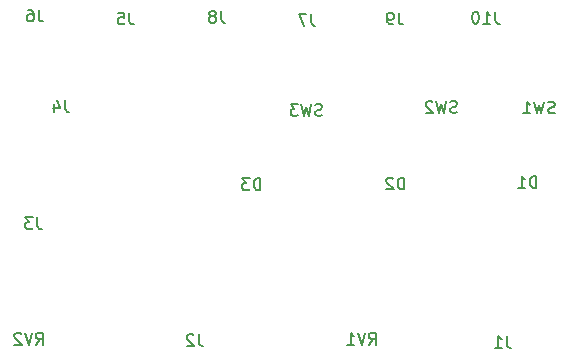
<source format=gbr>
G04 #@! TF.GenerationSoftware,KiCad,Pcbnew,(5.1.5-0-10_14)*
G04 #@! TF.CreationDate,2021-10-24T14:08:41+10:00*
G04 #@! TF.ProjectId,Vid Record and IFEI,56696420-5265-4636-9f72-6420616e6420,rev?*
G04 #@! TF.SameCoordinates,Original*
G04 #@! TF.FileFunction,Legend,Bot*
G04 #@! TF.FilePolarity,Positive*
%FSLAX46Y46*%
G04 Gerber Fmt 4.6, Leading zero omitted, Abs format (unit mm)*
G04 Created by KiCad (PCBNEW (5.1.5-0-10_14)) date 2021-10-24 14:08:41*
%MOMM*%
%LPD*%
G04 APERTURE LIST*
%ADD10C,0.150000*%
G04 APERTURE END LIST*
D10*
X170116333Y-89114261D02*
X169973476Y-89161880D01*
X169735380Y-89161880D01*
X169640142Y-89114261D01*
X169592523Y-89066642D01*
X169544904Y-88971404D01*
X169544904Y-88876166D01*
X169592523Y-88780928D01*
X169640142Y-88733309D01*
X169735380Y-88685690D01*
X169925857Y-88638071D01*
X170021095Y-88590452D01*
X170068714Y-88542833D01*
X170116333Y-88447595D01*
X170116333Y-88352357D01*
X170068714Y-88257119D01*
X170021095Y-88209500D01*
X169925857Y-88161880D01*
X169687761Y-88161880D01*
X169544904Y-88209500D01*
X169211571Y-88161880D02*
X168973476Y-89161880D01*
X168783000Y-88447595D01*
X168592523Y-89161880D01*
X168354428Y-88161880D01*
X168068714Y-88161880D02*
X167449666Y-88161880D01*
X167783000Y-88542833D01*
X167640142Y-88542833D01*
X167544904Y-88590452D01*
X167497285Y-88638071D01*
X167449666Y-88733309D01*
X167449666Y-88971404D01*
X167497285Y-89066642D01*
X167544904Y-89114261D01*
X167640142Y-89161880D01*
X167925857Y-89161880D01*
X168021095Y-89114261D01*
X168068714Y-89066642D01*
X181545833Y-88860261D02*
X181402976Y-88907880D01*
X181164880Y-88907880D01*
X181069642Y-88860261D01*
X181022023Y-88812642D01*
X180974404Y-88717404D01*
X180974404Y-88622166D01*
X181022023Y-88526928D01*
X181069642Y-88479309D01*
X181164880Y-88431690D01*
X181355357Y-88384071D01*
X181450595Y-88336452D01*
X181498214Y-88288833D01*
X181545833Y-88193595D01*
X181545833Y-88098357D01*
X181498214Y-88003119D01*
X181450595Y-87955500D01*
X181355357Y-87907880D01*
X181117261Y-87907880D01*
X180974404Y-87955500D01*
X180641071Y-87907880D02*
X180402976Y-88907880D01*
X180212500Y-88193595D01*
X180022023Y-88907880D01*
X179783928Y-87907880D01*
X179450595Y-88003119D02*
X179402976Y-87955500D01*
X179307738Y-87907880D01*
X179069642Y-87907880D01*
X178974404Y-87955500D01*
X178926785Y-88003119D01*
X178879166Y-88098357D01*
X178879166Y-88193595D01*
X178926785Y-88336452D01*
X179498214Y-88907880D01*
X178879166Y-88907880D01*
X189831833Y-88912761D02*
X189688976Y-88960380D01*
X189450880Y-88960380D01*
X189355642Y-88912761D01*
X189308023Y-88865142D01*
X189260404Y-88769904D01*
X189260404Y-88674666D01*
X189308023Y-88579428D01*
X189355642Y-88531809D01*
X189450880Y-88484190D01*
X189641357Y-88436571D01*
X189736595Y-88388952D01*
X189784214Y-88341333D01*
X189831833Y-88246095D01*
X189831833Y-88150857D01*
X189784214Y-88055619D01*
X189736595Y-88008000D01*
X189641357Y-87960380D01*
X189403261Y-87960380D01*
X189260404Y-88008000D01*
X188927071Y-87960380D02*
X188688976Y-88960380D01*
X188498500Y-88246095D01*
X188308023Y-88960380D01*
X188069928Y-87960380D01*
X187165166Y-88960380D02*
X187736595Y-88960380D01*
X187450880Y-88960380D02*
X187450880Y-87960380D01*
X187546119Y-88103238D01*
X187641357Y-88198476D01*
X187736595Y-88246095D01*
X145883738Y-108528880D02*
X146217071Y-108052690D01*
X146455166Y-108528880D02*
X146455166Y-107528880D01*
X146074214Y-107528880D01*
X145978976Y-107576500D01*
X145931357Y-107624119D01*
X145883738Y-107719357D01*
X145883738Y-107862214D01*
X145931357Y-107957452D01*
X145978976Y-108005071D01*
X146074214Y-108052690D01*
X146455166Y-108052690D01*
X145598023Y-107528880D02*
X145264690Y-108528880D01*
X144931357Y-107528880D01*
X144645642Y-107624119D02*
X144598023Y-107576500D01*
X144502785Y-107528880D01*
X144264690Y-107528880D01*
X144169452Y-107576500D01*
X144121833Y-107624119D01*
X144074214Y-107719357D01*
X144074214Y-107814595D01*
X144121833Y-107957452D01*
X144693261Y-108528880D01*
X144074214Y-108528880D01*
X174077738Y-108528880D02*
X174411071Y-108052690D01*
X174649166Y-108528880D02*
X174649166Y-107528880D01*
X174268214Y-107528880D01*
X174172976Y-107576500D01*
X174125357Y-107624119D01*
X174077738Y-107719357D01*
X174077738Y-107862214D01*
X174125357Y-107957452D01*
X174172976Y-108005071D01*
X174268214Y-108052690D01*
X174649166Y-108052690D01*
X173792023Y-107528880D02*
X173458690Y-108528880D01*
X173125357Y-107528880D01*
X172268214Y-108528880D02*
X172839642Y-108528880D01*
X172553928Y-108528880D02*
X172553928Y-107528880D01*
X172649166Y-107671738D01*
X172744404Y-107766976D01*
X172839642Y-107814595D01*
X184769023Y-80351380D02*
X184769023Y-81065666D01*
X184816642Y-81208523D01*
X184911880Y-81303761D01*
X185054738Y-81351380D01*
X185149976Y-81351380D01*
X183769023Y-81351380D02*
X184340452Y-81351380D01*
X184054738Y-81351380D02*
X184054738Y-80351380D01*
X184149976Y-80494238D01*
X184245214Y-80589476D01*
X184340452Y-80637095D01*
X183149976Y-80351380D02*
X183054738Y-80351380D01*
X182959500Y-80399000D01*
X182911880Y-80446619D01*
X182864261Y-80541857D01*
X182816642Y-80732333D01*
X182816642Y-80970428D01*
X182864261Y-81160904D01*
X182911880Y-81256142D01*
X182959500Y-81303761D01*
X183054738Y-81351380D01*
X183149976Y-81351380D01*
X183245214Y-81303761D01*
X183292833Y-81256142D01*
X183340452Y-81160904D01*
X183388071Y-80970428D01*
X183388071Y-80732333D01*
X183340452Y-80541857D01*
X183292833Y-80446619D01*
X183245214Y-80399000D01*
X183149976Y-80351380D01*
X176609233Y-80414880D02*
X176609233Y-81129166D01*
X176656852Y-81272023D01*
X176752090Y-81367261D01*
X176894947Y-81414880D01*
X176990185Y-81414880D01*
X176085423Y-81414880D02*
X175894947Y-81414880D01*
X175799709Y-81367261D01*
X175752090Y-81319642D01*
X175656852Y-81176785D01*
X175609233Y-80986309D01*
X175609233Y-80605357D01*
X175656852Y-80510119D01*
X175704471Y-80462500D01*
X175799709Y-80414880D01*
X175990185Y-80414880D01*
X176085423Y-80462500D01*
X176133042Y-80510119D01*
X176180661Y-80605357D01*
X176180661Y-80843452D01*
X176133042Y-80938690D01*
X176085423Y-80986309D01*
X175990185Y-81033928D01*
X175799709Y-81033928D01*
X175704471Y-80986309D01*
X175656852Y-80938690D01*
X175609233Y-80843452D01*
X161559533Y-80287880D02*
X161559533Y-81002166D01*
X161607152Y-81145023D01*
X161702390Y-81240261D01*
X161845247Y-81287880D01*
X161940485Y-81287880D01*
X160940485Y-80716452D02*
X161035723Y-80668833D01*
X161083342Y-80621214D01*
X161130961Y-80525976D01*
X161130961Y-80478357D01*
X161083342Y-80383119D01*
X161035723Y-80335500D01*
X160940485Y-80287880D01*
X160750009Y-80287880D01*
X160654771Y-80335500D01*
X160607152Y-80383119D01*
X160559533Y-80478357D01*
X160559533Y-80525976D01*
X160607152Y-80621214D01*
X160654771Y-80668833D01*
X160750009Y-80716452D01*
X160940485Y-80716452D01*
X161035723Y-80764071D01*
X161083342Y-80811690D01*
X161130961Y-80906928D01*
X161130961Y-81097404D01*
X161083342Y-81192642D01*
X161035723Y-81240261D01*
X160940485Y-81287880D01*
X160750009Y-81287880D01*
X160654771Y-81240261D01*
X160607152Y-81192642D01*
X160559533Y-81097404D01*
X160559533Y-80906928D01*
X160607152Y-80811690D01*
X160654771Y-80764071D01*
X160750009Y-80716452D01*
X169179633Y-80541880D02*
X169179633Y-81256166D01*
X169227252Y-81399023D01*
X169322490Y-81494261D01*
X169465347Y-81541880D01*
X169560585Y-81541880D01*
X168798680Y-80541880D02*
X168132014Y-80541880D01*
X168560585Y-81541880D01*
X146128833Y-80160880D02*
X146128833Y-80875166D01*
X146176452Y-81018023D01*
X146271690Y-81113261D01*
X146414547Y-81160880D01*
X146509785Y-81160880D01*
X145224071Y-80160880D02*
X145414547Y-80160880D01*
X145509785Y-80208500D01*
X145557404Y-80256119D01*
X145652642Y-80398976D01*
X145700261Y-80589452D01*
X145700261Y-80970404D01*
X145652642Y-81065642D01*
X145605023Y-81113261D01*
X145509785Y-81160880D01*
X145319309Y-81160880D01*
X145224071Y-81113261D01*
X145176452Y-81065642D01*
X145128833Y-80970404D01*
X145128833Y-80732309D01*
X145176452Y-80637071D01*
X145224071Y-80589452D01*
X145319309Y-80541833D01*
X145509785Y-80541833D01*
X145605023Y-80589452D01*
X145652642Y-80637071D01*
X145700261Y-80732309D01*
X153812433Y-80414880D02*
X153812433Y-81129166D01*
X153860052Y-81272023D01*
X153955290Y-81367261D01*
X154098147Y-81414880D01*
X154193385Y-81414880D01*
X152860052Y-80414880D02*
X153336242Y-80414880D01*
X153383861Y-80891071D01*
X153336242Y-80843452D01*
X153241004Y-80795833D01*
X153002909Y-80795833D01*
X152907671Y-80843452D01*
X152860052Y-80891071D01*
X152812433Y-80986309D01*
X152812433Y-81224404D01*
X152860052Y-81319642D01*
X152907671Y-81367261D01*
X153002909Y-81414880D01*
X153241004Y-81414880D01*
X153336242Y-81367261D01*
X153383861Y-81319642D01*
X148352333Y-87844380D02*
X148352333Y-88558666D01*
X148399952Y-88701523D01*
X148495190Y-88796761D01*
X148638047Y-88844380D01*
X148733285Y-88844380D01*
X147447571Y-88177714D02*
X147447571Y-88844380D01*
X147685666Y-87796761D02*
X147923761Y-88511047D01*
X147304714Y-88511047D01*
X146002833Y-97750380D02*
X146002833Y-98464666D01*
X146050452Y-98607523D01*
X146145690Y-98702761D01*
X146288547Y-98750380D01*
X146383785Y-98750380D01*
X145621880Y-97750380D02*
X145002833Y-97750380D01*
X145336166Y-98131333D01*
X145193309Y-98131333D01*
X145098071Y-98178952D01*
X145050452Y-98226571D01*
X145002833Y-98321809D01*
X145002833Y-98559904D01*
X145050452Y-98655142D01*
X145098071Y-98702761D01*
X145193309Y-98750380D01*
X145479023Y-98750380D01*
X145574261Y-98702761D01*
X145621880Y-98655142D01*
X159658833Y-107644880D02*
X159658833Y-108359166D01*
X159706452Y-108502023D01*
X159801690Y-108597261D01*
X159944547Y-108644880D01*
X160039785Y-108644880D01*
X159230261Y-107740119D02*
X159182642Y-107692500D01*
X159087404Y-107644880D01*
X158849309Y-107644880D01*
X158754071Y-107692500D01*
X158706452Y-107740119D01*
X158658833Y-107835357D01*
X158658833Y-107930595D01*
X158706452Y-108073452D01*
X159277880Y-108644880D01*
X158658833Y-108644880D01*
X185753333Y-107782880D02*
X185753333Y-108497166D01*
X185800952Y-108640023D01*
X185896190Y-108735261D01*
X186039047Y-108782880D01*
X186134285Y-108782880D01*
X184753333Y-108782880D02*
X185324761Y-108782880D01*
X185039047Y-108782880D02*
X185039047Y-107782880D01*
X185134285Y-107925738D01*
X185229523Y-108020976D01*
X185324761Y-108068595D01*
X164885595Y-95448380D02*
X164885595Y-94448380D01*
X164647500Y-94448380D01*
X164504642Y-94496000D01*
X164409404Y-94591238D01*
X164361785Y-94686476D01*
X164314166Y-94876952D01*
X164314166Y-95019809D01*
X164361785Y-95210285D01*
X164409404Y-95305523D01*
X164504642Y-95400761D01*
X164647500Y-95448380D01*
X164885595Y-95448380D01*
X163980833Y-94448380D02*
X163361785Y-94448380D01*
X163695119Y-94829333D01*
X163552261Y-94829333D01*
X163457023Y-94876952D01*
X163409404Y-94924571D01*
X163361785Y-95019809D01*
X163361785Y-95257904D01*
X163409404Y-95353142D01*
X163457023Y-95400761D01*
X163552261Y-95448380D01*
X163837976Y-95448380D01*
X163933214Y-95400761D01*
X163980833Y-95353142D01*
X177077595Y-95384880D02*
X177077595Y-94384880D01*
X176839500Y-94384880D01*
X176696642Y-94432500D01*
X176601404Y-94527738D01*
X176553785Y-94622976D01*
X176506166Y-94813452D01*
X176506166Y-94956309D01*
X176553785Y-95146785D01*
X176601404Y-95242023D01*
X176696642Y-95337261D01*
X176839500Y-95384880D01*
X177077595Y-95384880D01*
X176125214Y-94480119D02*
X176077595Y-94432500D01*
X175982357Y-94384880D01*
X175744261Y-94384880D01*
X175649023Y-94432500D01*
X175601404Y-94480119D01*
X175553785Y-94575357D01*
X175553785Y-94670595D01*
X175601404Y-94813452D01*
X176172833Y-95384880D01*
X175553785Y-95384880D01*
X188253595Y-95257880D02*
X188253595Y-94257880D01*
X188015500Y-94257880D01*
X187872642Y-94305500D01*
X187777404Y-94400738D01*
X187729785Y-94495976D01*
X187682166Y-94686452D01*
X187682166Y-94829309D01*
X187729785Y-95019785D01*
X187777404Y-95115023D01*
X187872642Y-95210261D01*
X188015500Y-95257880D01*
X188253595Y-95257880D01*
X186729785Y-95257880D02*
X187301214Y-95257880D01*
X187015500Y-95257880D02*
X187015500Y-94257880D01*
X187110738Y-94400738D01*
X187205976Y-94495976D01*
X187301214Y-94543595D01*
M02*

</source>
